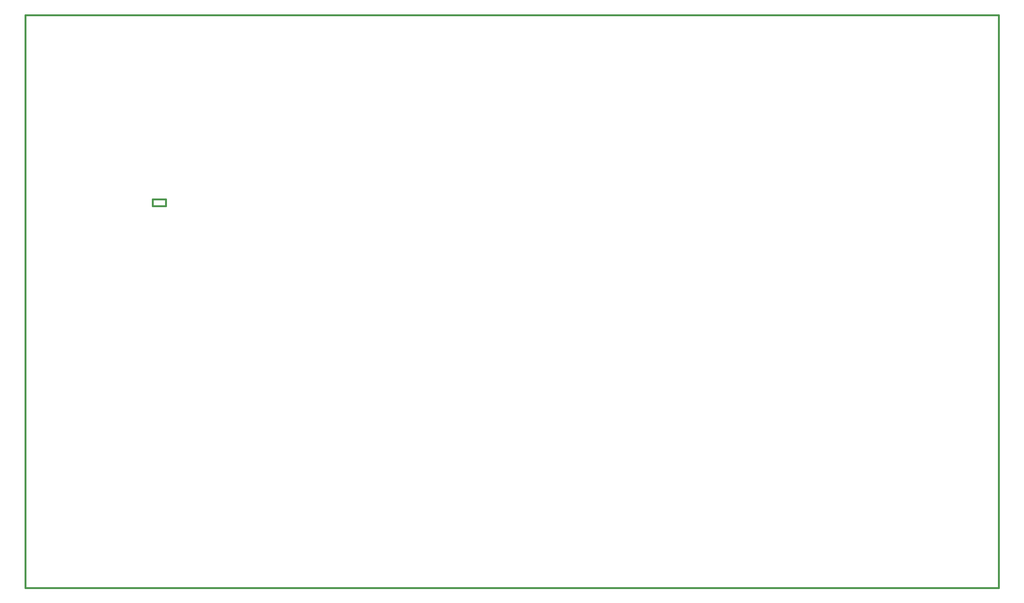
<source format=gko>
%FSLAX33Y33*%
%MOMM*%
%ADD10C,0.381*%
D10*
%LNpath-145*%
G01*
X0Y0D02*
X218200Y0D01*
X218200Y128500*
X0Y128500*
X0Y0*
X28524Y85675D02*
X31524Y85675D01*
X31524Y87175*
X28524Y87175*
X28524Y85675*
%LNmechanical details_traces*%
M02*
</source>
